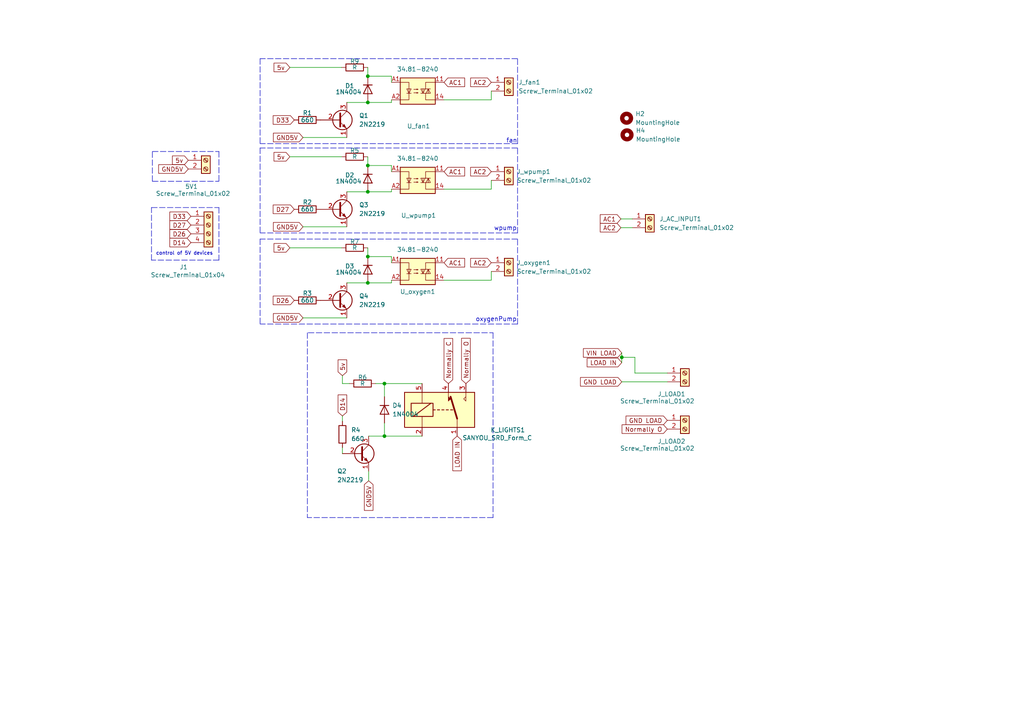
<source format=kicad_sch>
(kicad_sch (version 20211123) (generator eeschema)
  (paper "A4")
  (lib_symbols
    (symbol "Connector:Screw_Terminal_01x02" (pin_names (offset 1.016) hide)
      (property "Reference" "J" (at 0 2.54 0))
      (property "Value" "Screw_Terminal_01x02" (at 0 -5.08 0))
      (symbol "Screw_Terminal_01x02_1_1"
        (rectangle (start -1.27 1.27) (end 1.27 -3.81) (stroke (width 0.254)) (fill (type background)))
        (circle (center 0 -2.54) (radius 0.635) (stroke (width 0.1524)))
        (polyline (pts (xy -0.5334 -2.2098) (xy 0.3302 -3.048)) (stroke (width 0.1524)))
        (polyline (pts (xy -0.5334 0.3302) (xy 0.3302 -0.508)) (stroke (width 0.1524)))
        (polyline (pts (xy -0.3556 -2.032) (xy 0.508 -2.8702)) (stroke (width 0.1524)))
        (polyline (pts (xy -0.3556 0.508) (xy 0.508 -0.3302)) (stroke (width 0.1524)))
        (circle (center 0 0) (radius 0.635) (stroke (width 0.1524)))
        (pin passive line (at -5.08 0 0) (length 3.81) (name "Pin_1") (number "1"))
        (pin passive line (at -5.08 -2.54 0) (length 3.81) (name "Pin_2") (number "2"))
      )
    )
    (symbol "Connector:Screw_Terminal_01x04" (pin_names (offset 1.016) hide)
      (property "Reference" "J" (at 0 5.08 0))
      (property "Value" "Screw_Terminal_01x04" (at 0 -7.62 0))
      (symbol "Screw_Terminal_01x04_1_1"
        (rectangle (start -1.27 3.81) (end 1.27 -6.35) (stroke (width 0.254)) (fill (type background)))
        (circle (center 0 -5.08) (radius 0.635) (stroke (width 0.1524)))
        (circle (center 0 -2.54) (radius 0.635) (stroke (width 0.1524)))
        (polyline (pts (xy -0.5334 -4.7498) (xy 0.3302 -5.588)) (stroke (width 0.1524)))
        (polyline (pts (xy -0.5334 -2.2098) (xy 0.3302 -3.048)) (stroke (width 0.1524)))
        (polyline (pts (xy -0.5334 0.3302) (xy 0.3302 -0.508)) (stroke (width 0.1524)))
        (polyline (pts (xy -0.5334 2.8702) (xy 0.3302 2.032)) (stroke (width 0.1524)))
        (polyline (pts (xy -0.3556 -4.572) (xy 0.508 -5.4102)) (stroke (width 0.1524)))
        (polyline (pts (xy -0.3556 -2.032) (xy 0.508 -2.8702)) (stroke (width 0.1524)))
        (polyline (pts (xy -0.3556 0.508) (xy 0.508 -0.3302)) (stroke (width 0.1524)))
        (polyline (pts (xy -0.3556 3.048) (xy 0.508 2.2098)) (stroke (width 0.1524)))
        (circle (center 0 0) (radius 0.635) (stroke (width 0.1524)))
        (circle (center 0 2.54) (radius 0.635) (stroke (width 0.1524)))
        (pin passive line (at -5.08 2.54 0) (length 3.81) (name "Pin_1") (number "1"))
        (pin passive line (at -5.08 0 0) (length 3.81) (name "Pin_2") (number "2"))
        (pin passive line (at -5.08 -2.54 0) (length 3.81) (name "Pin_3") (number "3"))
        (pin passive line (at -5.08 -5.08 0) (length 3.81) (name "Pin_4") (number "4"))
      )
    )
    (symbol "Device:R" (pin_numbers hide) (pin_names (offset 0))
      (property "Reference" "R" (at 2.032 0 90))
      (property "Value" "R" (at 0 0 90))
      (symbol "R_0_1"
        (rectangle (start -1.016 -2.54) (end 1.016 2.54) (stroke (width 0.254)))
      )
      (symbol "R_1_1"
        (pin passive line (at 0 3.81 270) (length 1.27) (name "~") (number "1"))
        (pin passive line (at 0 -3.81 90) (length 1.27) (name "~") (number "2"))
      )
    )
    (symbol "Diode:1N4004" (pin_numbers hide) (pin_names hide)
      (property "Reference" "D" (at 0 2.54 0))
      (property "Value" "1N4004" (at 0 -2.54 0))
      (symbol "1N4004_0_1"
        (polyline (pts (xy -1.27 1.27) (xy -1.27 -1.27)) (stroke (width 0.254)))
        (polyline (pts (xy 1.27 0) (xy -1.27 0)))
        (polyline (pts (xy 1.27 1.27) (xy 1.27 -1.27) (xy -1.27 0) (xy 1.27 1.27)) (stroke (width 0.254)))
      )
      (symbol "1N4004_1_1"
        (pin passive line (at -3.81 0 0) (length 2.54) (name "K") (number "1"))
        (pin passive line (at 3.81 0 180) (length 2.54) (name "A") (number "2"))
      )
    )
    (symbol "Mechanical:MountingHole" (pin_names (offset 1.016))
      (property "Reference" "H" (at 0 5.08 0))
      (property "Value" "MountingHole" (at 0 3.175 0))
      (symbol "MountingHole_0_1"
        (circle (center 0 0) (radius 1.27) (stroke (width 1.27)))
      )
    )
    (symbol "Relay:SANYOU_SRD_Form_C"
      (property "Reference" "K" (at 11.43 3.81 0))
      (property "Value" "SANYOU_SRD_Form_C" (at 11.43 1.27 0))
      (symbol "SANYOU_SRD_Form_C_0_0"
        (polyline (pts (xy 7.62 5.08) (xy 7.62 2.54) (xy 6.985 3.175) (xy 7.62 3.81)))
      )
      (symbol "SANYOU_SRD_Form_C_0_1"
        (rectangle (start -10.16 5.08) (end 10.16 -5.08) (stroke (width 0.254)) (fill (type background)))
        (rectangle (start -8.255 1.905) (end -1.905 -1.905) (stroke (width 0.254)))
        (polyline (pts (xy -7.62 -1.905) (xy -2.54 1.905)) (stroke (width 0.254)))
        (polyline (pts (xy -5.08 -5.08) (xy -5.08 -1.905)))
        (polyline (pts (xy -5.08 5.08) (xy -5.08 1.905)))
        (polyline (pts (xy -1.905 0) (xy -1.27 0)) (stroke (width 0.254)))
        (polyline (pts (xy -0.635 0) (xy 0 0)) (stroke (width 0.254)))
        (polyline (pts (xy 0.635 0) (xy 1.27 0)) (stroke (width 0.254)))
        (polyline (pts (xy 1.905 0) (xy 2.54 0)) (stroke (width 0.254)))
        (polyline (pts (xy 3.175 0) (xy 3.81 0)) (stroke (width 0.254)))
        (polyline (pts (xy 5.08 -2.54) (xy 3.175 3.81)) (stroke (width 0.508)))
        (polyline (pts (xy 5.08 -2.54) (xy 5.08 -5.08)))
      )
      (symbol "SANYOU_SRD_Form_C_1_1"
        (polyline (pts (xy 2.54 3.81) (xy 3.175 3.175) (xy 2.54 2.54) (xy 2.54 5.08)) (fill (type outline)))
        (pin passive line (at 5.08 -7.62 90) (length 2.54) (name "~") (number "1"))
        (pin passive line (at -5.08 -7.62 90) (length 2.54) (name "~") (number "2"))
        (pin passive line (at 7.62 7.62 270) (length 2.54) (name "~") (number "3"))
        (pin passive line (at 2.54 7.62 270) (length 2.54) (name "~") (number "4"))
        (pin passive line (at -5.08 7.62 270) (length 2.54) (name "~") (number "5"))
      )
    )
    (symbol "Relay_SolidState:34.81-8240"
      (property "Reference" "U" (at -5.08 5.08 0))
      (property "Value" "34.81-8240" (at 0 5.08 0))
      (symbol "34.81-8240_0_1"
        (rectangle (start -5.08 3.81) (end 5.08 -3.81) (stroke (width 0.254)) (fill (type background)))
        (polyline (pts (xy -3.175 -0.635) (xy -1.905 -0.635)))
        (polyline (pts (xy 1.524 -0.635) (xy 1.524 0.635)))
        (polyline (pts (xy 3.048 0.635) (xy 3.048 -0.635)))
        (polyline (pts (xy 2.286 -0.635) (xy 2.286 -2.54) (xy 5.08 -2.54)))
        (polyline (pts (xy 2.286 0.635) (xy 2.286 2.54) (xy 5.08 2.54)))
        (polyline (pts (xy -5.08 2.54) (xy -2.54 2.54) (xy -2.54 -2.54) (xy -5.08 -2.54)))
        (polyline (pts (xy -2.54 -0.635) (xy -3.175 0.635) (xy -1.905 0.635) (xy -2.54 -0.635)))
        (polyline (pts (xy 0.889 -0.635) (xy 3.683 -0.635) (xy 3.048 0.635) (xy 2.413 -0.635)))
        (polyline (pts (xy 3.683 0.635) (xy 0.889 0.635) (xy 1.524 -0.635) (xy 2.159 0.635)))
        (polyline (pts (xy -1.143 -0.508) (xy 0.127 -0.508) (xy -0.254 -0.635) (xy -0.254 -0.381) (xy 0.127 -0.508)))
        (polyline (pts (xy -1.143 0.508) (xy 0.127 0.508) (xy -0.254 0.381) (xy -0.254 0.635) (xy 0.127 0.508)))
      )
      (symbol "34.81-8240_1_1"
        (pin passive line (at 7.62 2.54 180) (length 2.54) (name "~") (number "11"))
        (pin passive line (at 7.62 -2.54 180) (length 2.54) (name "~") (number "14"))
        (pin passive line (at -7.62 2.54 0) (length 2.54) (name "~") (number "A1"))
        (pin passive line (at -7.62 -2.54 0) (length 2.54) (name "~") (number "A2"))
      )
    )
    (symbol "Transistor_BJT:2N2219" (pin_names (offset 0) hide)
      (property "Reference" "Q" (at 5.08 1.905 0))
      (property "Value" "2N2219" (at 5.08 0 0))
      (symbol "2N2219_0_1"
        (polyline (pts (xy 0.635 0.635) (xy 2.54 2.54)))
        (polyline (pts (xy 0.635 -0.635) (xy 2.54 -2.54) (xy 2.54 -2.54)))
        (polyline (pts (xy 0.635 1.905) (xy 0.635 -1.905) (xy 0.635 -1.905)) (stroke (width 0.508)))
        (polyline (pts (xy 1.27 -1.778) (xy 1.778 -1.27) (xy 2.286 -2.286) (xy 1.27 -1.778) (xy 1.27 -1.778)) (fill (type outline)))
        (circle (center 1.27 0) (radius 2.8194) (stroke (width 0.254)))
      )
      (symbol "2N2219_1_1"
        (pin passive line (at 2.54 -5.08 90) (length 2.54) (name "E") (number "1"))
        (pin passive line (at -5.08 0 0) (length 5.715) (name "B") (number "2"))
        (pin passive line (at 2.54 5.08 270) (length 2.54) (name "C") (number "3"))
      )
    )
  )
  (junction (at 180.34 103.632))
  (junction (at 111.506 126.492))
  (junction (at 106.68 48.006))
  (junction (at 106.68 82.042))
  (junction (at 106.68 55.626))
  (junction (at 106.68 29.718))
  (junction (at 106.68 22.098))
  (junction (at 111.506 111.252))
  (junction (at 106.68 74.422))
  (wire (pts (xy 84.074 71.882) (xy 99.06 71.882)))
  (wire (pts (xy 113.538 48.006) (xy 113.538 49.784)))
  (wire (pts (xy 111.506 122.682) (xy 111.506 126.492)))
  (polyline (pts (xy 150.114 17.018) (xy 75.438 17.018)))
  (polyline (pts (xy 150.114 67.564) (xy 150.114 42.926)))
  (wire (pts (xy 128.778 28.956) (xy 142.494 28.956)))
  (wire (pts (xy 106.68 48.006) (xy 113.538 48.006)))
  (wire (pts (xy 99.314 129.794) (xy 99.314 131.572)))
  (wire (pts (xy 184.15 103.632) (xy 180.34 103.632)))
  (polyline (pts (xy 150.114 41.656) (xy 75.438 41.656)))
  (wire (pts (xy 106.68 71.882) (xy 106.68 74.422)))
  (wire (pts (xy 111.506 115.062) (xy 111.506 111.252)))
  (wire (pts (xy 106.68 74.422) (xy 113.538 74.422)))
  (wire (pts (xy 84.074 19.558) (xy 99.06 19.558)))
  (wire (pts (xy 113.538 55.626) (xy 113.538 54.864)))
  (wire (pts (xy 99.314 111.252) (xy 101.346 111.252)))
  (wire (pts (xy 180.34 105.156) (xy 180.34 103.632)))
  (wire (pts (xy 106.934 136.652) (xy 106.934 139.446)))
  (wire (pts (xy 128.778 81.28) (xy 142.494 81.28)))
  (polyline (pts (xy 63.5 43.942) (xy 63.5 52.578)))
  (wire (pts (xy 113.538 29.718) (xy 113.538 28.956)))
  (wire (pts (xy 183.388 63.5) (xy 180.086 63.5)))
  (wire (pts (xy 113.538 22.098) (xy 113.538 23.876)))
  (wire (pts (xy 100.584 82.042) (xy 106.68 82.042)))
  (wire (pts (xy 106.934 126.492) (xy 111.506 126.492)))
  (polyline (pts (xy 143.002 150.114) (xy 89.154 150.114)))
  (polyline (pts (xy 143.002 96.52) (xy 143.002 150.114)))
  (wire (pts (xy 100.584 29.718) (xy 106.68 29.718)))
  (polyline (pts (xy 89.154 96.52) (xy 89.154 150.114)))
  (polyline (pts (xy 150.114 42.926) (xy 75.438 42.926)))
  (wire (pts (xy 106.68 29.718) (xy 113.538 29.718)))
  (wire (pts (xy 87.884 65.786) (xy 100.584 65.786)))
  (wire (pts (xy 111.506 111.252) (xy 122.428 111.252)))
  (wire (pts (xy 106.68 82.042) (xy 113.538 82.042)))
  (wire (pts (xy 184.15 108.204) (xy 184.15 103.632)))
  (wire (pts (xy 128.778 54.864) (xy 142.494 54.864)))
  (wire (pts (xy 180.34 110.744) (xy 193.548 110.744)))
  (wire (pts (xy 111.506 126.492) (xy 122.428 126.492)))
  (wire (pts (xy 142.494 54.864) (xy 142.494 52.324)))
  (wire (pts (xy 84.074 45.466) (xy 99.06 45.466)))
  (polyline (pts (xy 150.114 69.342) (xy 75.438 69.342)))
  (wire (pts (xy 142.494 28.956) (xy 142.494 26.416)))
  (polyline (pts (xy 89.408 96.52) (xy 143.002 96.52)))
  (polyline (pts (xy 44.196 43.942) (xy 63.5 43.942)))
  (wire (pts (xy 100.584 55.626) (xy 106.68 55.626)))
  (polyline (pts (xy 44.196 52.578) (xy 63.5 52.578)))
  (wire (pts (xy 106.68 22.098) (xy 113.538 22.098)))
  (wire (pts (xy 193.548 108.204) (xy 184.15 108.204)))
  (polyline (pts (xy 75.438 42.926) (xy 75.438 67.564)))
  (wire (pts (xy 106.68 19.558) (xy 106.68 22.098)))
  (wire (pts (xy 108.966 111.252) (xy 111.506 111.252)))
  (polyline (pts (xy 43.942 60.198) (xy 63.5 60.198)))
  (wire (pts (xy 99.314 108.966) (xy 99.314 111.252)))
  (polyline (pts (xy 63.5 60.198) (xy 63.5 75.438)))
  (wire (pts (xy 99.314 120.65) (xy 99.314 122.174)))
  (wire (pts (xy 106.68 55.626) (xy 113.538 55.626)))
  (polyline (pts (xy 75.438 69.342) (xy 75.438 93.98)))
  (polyline (pts (xy 150.114 93.98) (xy 150.114 69.342)))
  (wire (pts (xy 113.538 74.422) (xy 113.538 76.2)))
  (wire (pts (xy 183.388 66.04) (xy 180.086 66.04)))
  (wire (pts (xy 180.34 103.632) (xy 180.34 102.362)))
  (wire (pts (xy 113.538 82.042) (xy 113.538 81.28)))
  (polyline (pts (xy 63.5 75.438) (xy 43.942 75.438)))
  (wire (pts (xy 87.884 39.878) (xy 100.584 39.878)))
  (wire (pts (xy 142.494 81.28) (xy 142.494 78.74)))
  (wire (pts (xy 106.68 45.466) (xy 106.68 48.006)))
  (polyline (pts (xy 150.114 93.98) (xy 75.438 93.98)))
  (polyline (pts (xy 44.196 52.578) (xy 44.196 43.942)))
  (polyline (pts (xy 150.114 41.656) (xy 150.114 17.018)))
  (polyline (pts (xy 75.438 17.018) (xy 75.438 41.656)))
  (polyline (pts (xy 43.942 75.438) (xy 43.942 60.198)))
  (wire (pts (xy 87.884 92.202) (xy 100.584 92.202)))
  (polyline (pts (xy 150.114 67.564) (xy 75.438 67.564)))
  (text "fan" (at 146.812 41.656 0) (effects (font (size 1.27 1.27)) (justify left bottom)))
  (text "wpump" (at 143.256 67.056 0) (effects (font (size 1.27 1.27)) (justify left bottom)))
  (text "oxygenPump\n" (at 137.922 93.472 0) (effects (font (size 1.27 1.27)) (justify left bottom)))
  (text "control of 5V devices " (at 45.212 74.168 0) (effects (font (size 1 1)) (justify left bottom)))
  (global_label "5v" (shape input) (at 54.61 46.482 180) (property "Intersheet References" "${INTERSHEET_REFS}" (effects hide)))
  (global_label "Normally O" (shape input) (at 135.128 111.252 90) (property "Intersheet References" "${INTERSHEET_REFS}" (effects hide)))
  (global_label "GND LOAD" (shape input) (at 193.548 121.92 180) (property "Intersheet References" "${INTERSHEET_REFS}" (effects hide)))
  (global_label "Normally O" (shape input) (at 193.548 124.46 180) (property "Intersheet References" "${INTERSHEET_REFS}" (effects hide)))
  (global_label "AC1" (shape input) (at 180.086 63.5 180) (property "Intersheet References" "${INTERSHEET_REFS}" (effects hide)))
  (global_label "D27" (shape input) (at 85.344 60.706 180) (property "Intersheet References" "${INTERSHEET_REFS}" (effects hide)))
  (global_label "VIN LOAD" (shape input) (at 180.34 102.362 180) (property "Intersheet References" "${INTERSHEET_REFS}" (effects hide)))
  (global_label "GND5V" (shape input) (at 87.884 39.878 180) (property "Intersheet References" "${INTERSHEET_REFS}" (effects hide)))
  (global_label "5v" (shape input) (at 99.314 108.966 90) (property "Intersheet References" "${INTERSHEET_REFS}" (effects hide)))
  (global_label "AC1" (shape input) (at 128.778 49.784 0) (property "Intersheet References" "${INTERSHEET_REFS}" (effects hide)))
  (global_label "D33" (shape input) (at 85.344 34.798 180) (property "Intersheet References" "${INTERSHEET_REFS}" (effects hide)))
  (global_label "LOAD IN" (shape input) (at 132.588 126.492 270) (property "Intersheet References" "${INTERSHEET_REFS}" (effects hide)))
  (global_label "5v" (shape input) (at 84.074 19.558 180) (property "Intersheet References" "${INTERSHEET_REFS}" (effects hide)))
  (global_label "D33" (shape input) (at 55.372 62.738 180) (property "Intersheet References" "${INTERSHEET_REFS}" (effects hide)))
  (global_label "AC1" (shape input) (at 128.778 76.2 0) (property "Intersheet References" "${INTERSHEET_REFS}" (effects hide)))
  (global_label "GND5V" (shape input) (at 87.884 65.786 180) (property "Intersheet References" "${INTERSHEET_REFS}" (effects hide)))
  (global_label "D14" (shape input) (at 55.372 70.358 180) (property "Intersheet References" "${INTERSHEET_REFS}" (effects hide)))
  (global_label "GND5V" (shape input) (at 54.61 49.022 180) (property "Intersheet References" "${INTERSHEET_REFS}" (effects hide)))
  (global_label "AC2" (shape input) (at 142.494 23.876 180) (property "Intersheet References" "${INTERSHEET_REFS}" (effects hide)))
  (global_label "AC2" (shape input) (at 180.086 66.04 180) (property "Intersheet References" "${INTERSHEET_REFS}" (effects hide)))
  (global_label "LOAD IN" (shape input) (at 180.34 105.156 180) (property "Intersheet References" "${INTERSHEET_REFS}" (effects hide)))
  (global_label "5v" (shape input) (at 84.074 71.882 180) (property "Intersheet References" "${INTERSHEET_REFS}" (effects hide)))
  (global_label "GND5V" (shape input) (at 87.884 92.202 180) (property "Intersheet References" "${INTERSHEET_REFS}" (effects hide)))
  (global_label "GND5V" (shape input) (at 106.934 139.446 270) (property "Intersheet References" "${INTERSHEET_REFS}" (effects hide)))
  (global_label "AC2" (shape input) (at 142.494 76.2 180) (property "Intersheet References" "${INTERSHEET_REFS}" (effects hide)))
  (global_label "Normally C" (shape input) (at 130.048 111.252 90) (property "Intersheet References" "${INTERSHEET_REFS}" (effects hide)))
  (global_label "AC1" (shape input) (at 128.778 23.876 0) (property "Intersheet References" "${INTERSHEET_REFS}" (effects hide)))
  (global_label "AC2" (shape input) (at 142.494 49.784 180) (property "Intersheet References" "${INTERSHEET_REFS}" (effects hide)))
  (global_label "D27" (shape input) (at 55.372 65.278 180) (property "Intersheet References" "${INTERSHEET_REFS}" (effects hide)))
  (global_label "5v" (shape input) (at 84.074 45.466 180) (property "Intersheet References" "${INTERSHEET_REFS}" (effects hide)))
  (global_label "D26" (shape input) (at 85.344 87.122 180) (property "Intersheet References" "${INTERSHEET_REFS}" (effects hide)))
  (global_label "D14" (shape input) (at 99.314 120.65 90) (property "Intersheet References" "${INTERSHEET_REFS}" (effects hide)))
  (global_label "D26" (shape input) (at 55.372 67.818 180) (property "Intersheet References" "${INTERSHEET_REFS}" (effects hide)))
  (global_label "GND LOAD" (shape input) (at 180.34 110.744 180) (property "Intersheet References" "${INTERSHEET_REFS}" (effects hide)))
  (symbol (lib_id "Device:R") (at 89.154 60.706 90) (unit 1)
    (property "Reference" "R2" (at 89.154 58.674 90))
    (property "Value" "660" (at 89.154 60.706 90))
    (property "Footprint" "Resistor_THT:R_Axial_DIN0204_L3.6mm_D1.6mm_P5.08mm_Vertical" (effects hide))
  )
  (symbol (lib_id "Connector:Screw_Terminal_01x02") (at 198.628 121.92 0) (unit 1)
    (property "Reference" "J_LOAD2" (at 190.754 128.016 0) (effects (justify left)))
    (property "Value" "Screw_Terminal_01x02" (at 179.832 130.048 0) (effects (justify left)))
    (property "Footprint" "TerminalBlock:TerminalBlock_Altech_AK300-2_P5.00mm" (effects hide))
  )
  (symbol (lib_id "Connector:Screw_Terminal_01x04") (at 60.452 65.278 0) (unit 1)
    (property "Reference" "J1" (at 52.07 77.47 0) (effects (justify left)))
    (property "Value" "Screw_Terminal_01x04" (at 43.688 79.756 0) (effects (justify left)))
    (property "Footprint" "TerminalBlock_Altech:Altech_AK300_1x04_P5.00mm_45-Degree" (effects hide))
  )
  (symbol (lib_id "Relay_SolidState:34.81-8240") (at 121.158 52.324 0) (unit 1)
    (property "Reference" "U_wpump1" (at 121.412 62.484 0))
    (property "Value" "34.81-8240" (at 121.158 45.974 0))
    (property "Footprint" "smart_sensor:G3MB-202P" (effects hide))
    (property "Datasheet" "https://gfinder.findernet.com/public/attachments/34/EN/S34USAEN.pdf" (effects hide))
  )
  (symbol (lib_id "Relay_SolidState:34.81-8240") (at 121.158 78.74 0) (unit 1)
    (property "Reference" "U_oxygen1" (at 121.158 84.582 0))
    (property "Value" "34.81-8240" (at 121.158 72.39 0))
    (property "Footprint" "smart_sensor:G3MB-202P" (effects hide))
    (property "Datasheet" "https://gfinder.findernet.com/public/attachments/34/EN/S34USAEN.pdf" (effects hide))
  )
  (symbol (lib_id "Transistor_BJT:2N2219") (at 98.044 34.798 0) (unit 1)
    (property "Reference" "Q1" (at 104.14 33.5279 0) (effects (justify left)))
    (property "Value" "2N2219" (at 104.14 36.0679 0) (effects (justify left)))
    (property "Footprint" "Package_TO_SOT_THT:TO-39-3" (effects hide))
    (property "Datasheet" "http://www.onsemi.com/pub_link/Collateral/2N2219-D.PDF" (effects hide))
  )
  (symbol (lib_id "Connector:Screw_Terminal_01x02") (at 147.574 49.784 0) (unit 1)
    (property "Reference" "J_wpump1" (at 149.86 49.7839 0) (effects (justify left)))
    (property "Value" "Screw_Terminal_01x02" (at 149.86 52.3239 0) (effects (justify left)))
    (property "Footprint" "TerminalBlock:TerminalBlock_Altech_AK300-2_P5.00mm" (effects hide))
  )
  (symbol (lib_id "Device:R") (at 102.87 19.558 270) (unit 1)
    (property "Reference" "R9" (at 102.87 17.78 90))
    (property "Value" "R" (at 102.87 19.558 90))
    (property "Footprint" "Resistor_THT:R_Axial_DIN0204_L3.6mm_D1.6mm_P5.08mm_Vertical" (effects hide))
  )
  (symbol (lib_id "Diode:1N4004") (at 106.68 51.816 270) (unit 1)
    (property "Reference" "D2" (at 100.076 50.8 90) (effects (justify left)))
    (property "Value" "1N4004" (at 97.282 52.578 90) (effects (justify left)))
    (property "Footprint" "Diode_THT:D_DO-41_SOD81_P10.16mm_Horizontal" (effects hide))
    (property "Datasheet" "http://www.vishay.com/docs/88503/1n4001.pdf" (effects hide))
  )
  (symbol (lib_id "Connector:Screw_Terminal_01x02") (at 198.628 108.204 0) (unit 1)
    (property "Reference" "J_LOAD1" (at 190.754 114.3 0) (effects (justify left)))
    (property "Value" "Screw_Terminal_01x02" (at 179.832 116.332 0) (effects (justify left)))
    (property "Footprint" "TerminalBlock:TerminalBlock_Altech_AK300-2_P5.00mm" (effects hide))
  )
  (symbol (lib_id "Mechanical:MountingHole") (at 181.864 39.116 0) (unit 1)
    (property "Reference" "H4" (at 184.404 37.8459 0) (effects (justify left)))
    (property "Value" "MountingHole" (at 184.404 40.3859 0) (effects (justify left)))
    (property "Footprint" "MountingHole:MountingHole_3.2mm_M3_DIN965_Pad" (effects hide))
  )
  (symbol (lib_id "Device:R") (at 99.314 125.984 0) (unit 1)
    (property "Reference" "R4" (at 101.854 124.7139 0) (effects (justify left)))
    (property "Value" "660" (at 101.854 127.2539 0) (effects (justify left)))
    (property "Footprint" "Resistor_THT:R_Axial_DIN0204_L3.6mm_D1.6mm_P5.08mm_Vertical" (effects hide))
  )
  (symbol (lib_id "Connector:Screw_Terminal_01x02") (at 59.69 46.482 0) (unit 1)
    (property "Reference" "5V1" (at 57.404 54.102 0) (effects (justify right)))
    (property "Value" "Screw_Terminal_01x02" (at 66.802 56.134 0) (effects (justify right)))
    (property "Footprint" "TerminalBlock:TerminalBlock_Altech_AK300-2_P5.00mm" (effects hide))
  )
  (symbol (lib_id "Device:R") (at 102.87 71.882 270) (unit 1)
    (property "Reference" "R7" (at 102.87 70.104 90))
    (property "Value" "R" (at 102.87 71.882 90))
    (property "Footprint" "Resistor_THT:R_Axial_DIN0204_L3.6mm_D1.6mm_P5.08mm_Vertical" (effects hide))
  )
  (symbol (lib_id "Mechanical:MountingHole") (at 181.737 34.29 0) (unit 1)
    (property "Reference" "H2" (at 184.277 33.0199 0) (effects (justify left)))
    (property "Value" "MountingHole" (at 184.277 35.5599 0) (effects (justify left)))
    (property "Footprint" "MountingHole:MountingHole_3.2mm_M3_DIN965_Pad" (effects hide))
  )
  (symbol (lib_id "Transistor_BJT:2N2219") (at 98.044 87.122 0) (unit 1)
    (property "Reference" "Q4" (at 104.14 85.8519 0) (effects (justify left)))
    (property "Value" "2N2219" (at 104.14 88.3919 0) (effects (justify left)))
    (property "Footprint" "Package_TO_SOT_THT:TO-39-3" (effects hide))
    (property "Datasheet" "http://www.onsemi.com/pub_link/Collateral/2N2219-D.PDF" (effects hide))
  )
  (symbol (lib_id "Diode:1N4004") (at 111.506 118.872 270) (unit 1)
    (property "Reference" "D4" (at 113.792 117.6019 90) (effects (justify left)))
    (property "Value" "1N4004" (at 113.792 120.1419 90) (effects (justify left)))
    (property "Footprint" "Diode_THT:D_DO-41_SOD81_P10.16mm_Horizontal" (effects hide))
    (property "Datasheet" "http://www.vishay.com/docs/88503/1n4001.pdf" (effects hide))
  )
  (symbol (lib_id "Device:R") (at 89.154 87.122 90) (unit 1)
    (property "Reference" "R3" (at 89.154 85.09 90))
    (property "Value" "660" (at 89.154 87.122 90))
    (property "Footprint" "Resistor_THT:R_Axial_DIN0204_L3.6mm_D1.6mm_P5.08mm_Vertical" (effects hide))
  )
  (symbol (lib_id "Connector:Screw_Terminal_01x02") (at 147.574 76.2 0) (unit 1)
    (property "Reference" "J_oxygen1" (at 149.86 76.1999 0) (effects (justify left)))
    (property "Value" "Screw_Terminal_01x02" (at 149.86 78.7399 0) (effects (justify left)))
    (property "Footprint" "TerminalBlock:TerminalBlock_Altech_AK300-2_P5.00mm" (effects hide))
  )
  (symbol (lib_id "Device:R") (at 105.156 111.252 270) (unit 1)
    (property "Reference" "R6" (at 105.156 109.474 90))
    (property "Value" "R" (at 105.156 111.252 90))
    (property "Footprint" "Resistor_THT:R_Axial_DIN0204_L3.6mm_D1.6mm_P5.08mm_Vertical" (effects hide))
  )
  (symbol (lib_id "Diode:1N4004") (at 106.68 25.908 270) (unit 1)
    (property "Reference" "D1" (at 100.076 24.892 90) (effects (justify left)))
    (property "Value" "1N4004" (at 97.282 26.67 90) (effects (justify left)))
    (property "Footprint" "Diode_THT:D_DO-41_SOD81_P10.16mm_Horizontal" (effects hide))
    (property "Datasheet" "http://www.vishay.com/docs/88503/1n4001.pdf" (effects hide))
  )
  (symbol (lib_id "Diode:1N4004") (at 106.68 78.232 270) (unit 1)
    (property "Reference" "D3" (at 100.076 77.216 90) (effects (justify left)))
    (property "Value" "1N4004" (at 97.282 78.994 90) (effects (justify left)))
    (property "Footprint" "Diode_THT:D_DO-41_SOD81_P10.16mm_Horizontal" (effects hide))
    (property "Datasheet" "http://www.vishay.com/docs/88503/1n4001.pdf" (effects hide))
  )
  (symbol (lib_id "Transistor_BJT:2N2219") (at 98.044 60.706 0) (unit 1)
    (property "Reference" "Q3" (at 104.14 59.4359 0) (effects (justify left)))
    (property "Value" "2N2219" (at 104.14 61.9759 0) (effects (justify left)))
    (property "Footprint" "Package_TO_SOT_THT:TO-39-3" (effects hide))
    (property "Datasheet" "http://www.onsemi.com/pub_link/Collateral/2N2219-D.PDF" (effects hide))
  )
  (symbol (lib_id "Transistor_BJT:2N2219") (at 104.394 131.572 0) (unit 1)
    (property "Reference" "Q2" (at 97.79 136.652 0) (effects (justify left)))
    (property "Value" "2N2219" (at 97.79 139.192 0) (effects (justify left)))
    (property "Footprint" "Package_TO_SOT_THT:TO-39-3" (effects hide))
    (property "Datasheet" "http://www.onsemi.com/pub_link/Collateral/2N2219-D.PDF" (effects hide))
  )
  (symbol (lib_id "Device:R") (at 102.87 45.466 270) (unit 1)
    (property "Reference" "R5" (at 102.87 43.688 90))
    (property "Value" "R" (at 102.87 45.466 90))
    (property "Footprint" "Resistor_THT:R_Axial_DIN0204_L3.6mm_D1.6mm_P5.08mm_Vertical" (effects hide))
  )
  (symbol (lib_id "Connector:Screw_Terminal_01x02") (at 188.468 63.5 0) (unit 1)
    (property "Reference" "J_AC_INPUT1" (at 191.262 63.4999 0) (effects (justify left)))
    (property "Value" "Screw_Terminal_01x02" (at 191.262 66.0399 0) (effects (justify left)))
    (property "Footprint" "TerminalBlock:TerminalBlock_Altech_AK300-2_P5.00mm" (effects hide))
  )
  (symbol (lib_id "Relay_SolidState:34.81-8240") (at 121.158 26.416 0) (unit 1)
    (property "Reference" "U_fan1" (at 121.412 36.576 0))
    (property "Value" "34.81-8240" (at 121.158 20.066 0))
    (property "Footprint" "smart_sensor:G3MB-202P" (effects hide))
    (property "Datasheet" "https://gfinder.findernet.com/public/attachments/34/EN/S34USAEN.pdf" (effects hide))
  )
  (symbol (lib_id "Relay:SANYOU_SRD_Form_C") (at 127.508 118.872 0) (unit 1)
    (property "Reference" "K_LIGHTS1" (at 142.24 124.714 0) (effects (justify left)))
    (property "Value" "SANYOU_SRD_Form_C" (at 134.112 126.9999 0) (effects (justify left)))
    (property "Footprint" "Relay_THT:Relay_SPDT_SANYOU_SRD_Series_Form_C" (effects hide))
    (property "Datasheet" "http://www.sanyourelay.ca/public/products/pdf/SRD.pdf" (effects hide))
  )
  (symbol (lib_id "Connector:Screw_Terminal_01x02") (at 147.574 23.876 0) (unit 1)
    (property "Reference" "J_fan1" (at 150.368 23.8759 0) (effects (justify left)))
    (property "Value" "Screw_Terminal_01x02" (at 150.368 26.4159 0) (effects (justify left)))
    (property "Footprint" "TerminalBlock:TerminalBlock_Altech_AK300-2_P5.00mm" (effects hide))
  )
  (symbol (lib_id "Device:R") (at 89.154 34.798 90) (unit 1)
    (property "Reference" "R1" (at 89.154 32.766 90))
    (property "Value" "660" (at 89.154 34.798 90))
    (property "Footprint" "Resistor_THT:R_Axial_DIN0204_L3.6mm_D1.6mm_P5.08mm_Vertical" (effects hide))
  )
)
</source>
